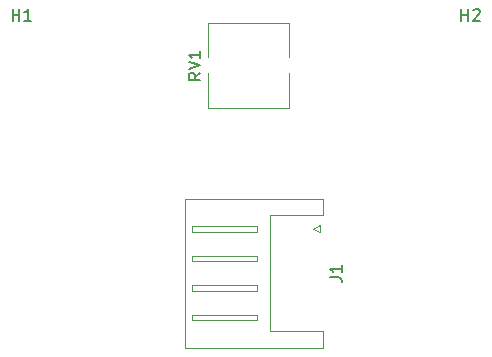
<source format=gbr>
G04 #@! TF.GenerationSoftware,KiCad,Pcbnew,(5.1.2)-2*
G04 #@! TF.CreationDate,2020-01-13T15:56:56+01:00*
G04 #@! TF.ProjectId,SteeringAngleSensor,53746565-7269-46e6-9741-6e676c655365,rev?*
G04 #@! TF.SameCoordinates,Original*
G04 #@! TF.FileFunction,Legend,Top*
G04 #@! TF.FilePolarity,Positive*
%FSLAX46Y46*%
G04 Gerber Fmt 4.6, Leading zero omitted, Abs format (unit mm)*
G04 Created by KiCad (PCBNEW (5.1.2)-2) date 2020-01-13 15:56:56*
%MOMM*%
%LPD*%
G04 APERTURE LIST*
%ADD10C,0.120000*%
%ADD11C,0.150000*%
G04 APERTURE END LIST*
D10*
X135810000Y-86440000D02*
X142650000Y-86440000D01*
X135810000Y-93680000D02*
X142650000Y-93680000D01*
X142650000Y-89350000D02*
X142650000Y-86440000D01*
X142650000Y-93680000D02*
X142650000Y-90650000D01*
X135810000Y-89350000D02*
X135810000Y-86440000D01*
X135810000Y-93680000D02*
X135810000Y-90650000D01*
X133830000Y-107630000D02*
X133830000Y-101320000D01*
X133830000Y-101320000D02*
X145550000Y-101320000D01*
X145550000Y-101320000D02*
X145550000Y-102740000D01*
X145550000Y-102740000D02*
X141050000Y-102740000D01*
X141050000Y-102740000D02*
X141050000Y-107630000D01*
X133830000Y-107630000D02*
X133830000Y-113940000D01*
X133830000Y-113940000D02*
X145550000Y-113940000D01*
X145550000Y-113940000D02*
X145550000Y-112520000D01*
X145550000Y-112520000D02*
X141050000Y-112520000D01*
X141050000Y-112520000D02*
X141050000Y-107630000D01*
X139940000Y-103630000D02*
X134440000Y-103630000D01*
X134440000Y-103630000D02*
X134440000Y-104130000D01*
X134440000Y-104130000D02*
X139940000Y-104130000D01*
X139940000Y-104130000D02*
X139940000Y-103630000D01*
X139940000Y-106130000D02*
X134440000Y-106130000D01*
X134440000Y-106130000D02*
X134440000Y-106630000D01*
X134440000Y-106630000D02*
X139940000Y-106630000D01*
X139940000Y-106630000D02*
X139940000Y-106130000D01*
X139940000Y-108630000D02*
X134440000Y-108630000D01*
X134440000Y-108630000D02*
X134440000Y-109130000D01*
X134440000Y-109130000D02*
X139940000Y-109130000D01*
X139940000Y-109130000D02*
X139940000Y-108630000D01*
X139940000Y-111130000D02*
X134440000Y-111130000D01*
X134440000Y-111130000D02*
X134440000Y-111630000D01*
X134440000Y-111630000D02*
X139940000Y-111630000D01*
X139940000Y-111630000D02*
X139940000Y-111130000D01*
X144640000Y-103880000D02*
X145240000Y-103580000D01*
X145240000Y-103580000D02*
X145240000Y-104180000D01*
X145240000Y-104180000D02*
X144640000Y-103880000D01*
D11*
X135132380Y-90655238D02*
X134656190Y-90988571D01*
X135132380Y-91226666D02*
X134132380Y-91226666D01*
X134132380Y-90845714D01*
X134180000Y-90750476D01*
X134227619Y-90702857D01*
X134322857Y-90655238D01*
X134465714Y-90655238D01*
X134560952Y-90702857D01*
X134608571Y-90750476D01*
X134656190Y-90845714D01*
X134656190Y-91226666D01*
X134132380Y-90369523D02*
X135132380Y-90036190D01*
X134132380Y-89702857D01*
X135132380Y-88845714D02*
X135132380Y-89417142D01*
X135132380Y-89131428D02*
X134132380Y-89131428D01*
X134275238Y-89226666D01*
X134370476Y-89321904D01*
X134418095Y-89417142D01*
X157238095Y-86252380D02*
X157238095Y-85252380D01*
X157238095Y-85728571D02*
X157809523Y-85728571D01*
X157809523Y-86252380D02*
X157809523Y-85252380D01*
X158238095Y-85347619D02*
X158285714Y-85300000D01*
X158380952Y-85252380D01*
X158619047Y-85252380D01*
X158714285Y-85300000D01*
X158761904Y-85347619D01*
X158809523Y-85442857D01*
X158809523Y-85538095D01*
X158761904Y-85680952D01*
X158190476Y-86252380D01*
X158809523Y-86252380D01*
X119238095Y-86252380D02*
X119238095Y-85252380D01*
X119238095Y-85728571D02*
X119809523Y-85728571D01*
X119809523Y-86252380D02*
X119809523Y-85252380D01*
X120809523Y-86252380D02*
X120238095Y-86252380D01*
X120523809Y-86252380D02*
X120523809Y-85252380D01*
X120428571Y-85395238D01*
X120333333Y-85490476D01*
X120238095Y-85538095D01*
X146092380Y-107963333D02*
X146806666Y-107963333D01*
X146949523Y-108010952D01*
X147044761Y-108106190D01*
X147092380Y-108249047D01*
X147092380Y-108344285D01*
X147092380Y-106963333D02*
X147092380Y-107534761D01*
X147092380Y-107249047D02*
X146092380Y-107249047D01*
X146235238Y-107344285D01*
X146330476Y-107439523D01*
X146378095Y-107534761D01*
M02*

</source>
